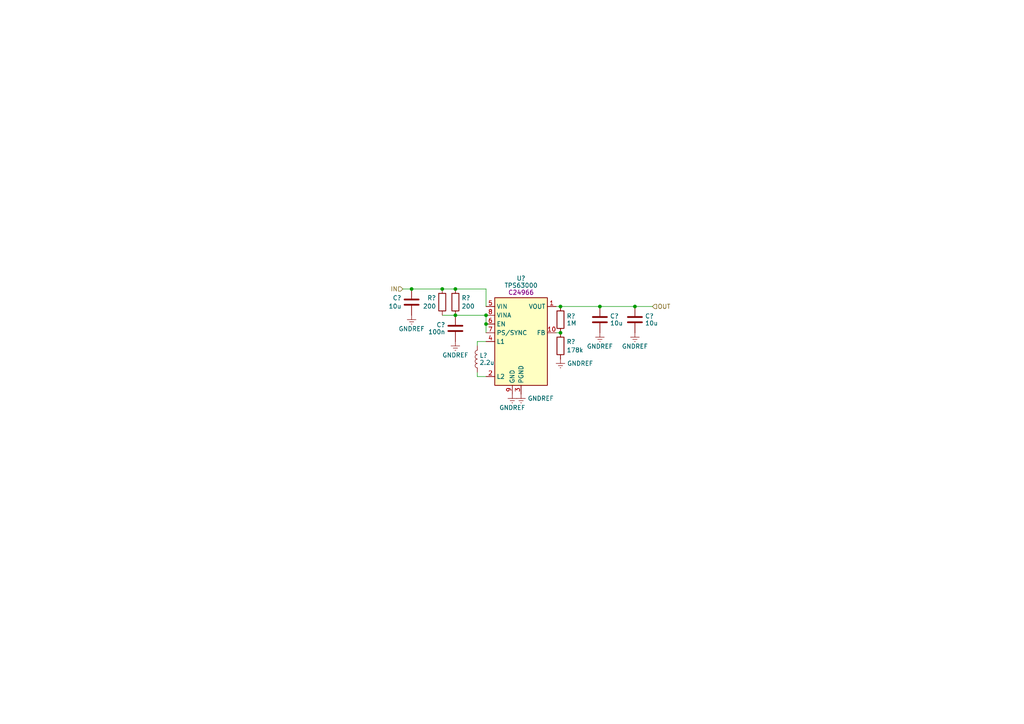
<source format=kicad_sch>
(kicad_sch (version 20230121) (generator eeschema)
  (paper "A4")
  (lib_symbols
    (symbol "Library:C" (pin_numbers hide) (pin_names (offset 0.254))
      (property "Reference" "C" (at 0.635 2.54 0))
      (property "Value" "C" (at 0.635 -2.54 0))
      (symbol "C_0_1"
        (polyline (pts (xy -2.032 -0.762) (xy 2.032 -0.762)) (stroke (width 0.508)))
        (polyline (pts (xy -2.032 0.762) (xy 2.032 0.762)) (stroke (width 0.508)))
      )
      (symbol "C_1_1"
        (pin passive line (at 0 3.81 270) (length 2.794) (name "~") (number "1"))
        (pin passive line (at 0 -3.81 90) (length 2.794) (name "~") (number "2"))
      )
    )
    (symbol "Library:L" (pin_numbers hide) (pin_names (offset 1.016) hide)
      (property "Reference" "L" (at -1.27 0 90))
      (property "Value" "L" (at 1.905 0 90))
      (symbol "L_0_1"
        (arc (start 0 -2.54) (mid 0.6323 -1.905) (end 0 -1.27))
        (arc (start 0 -1.27) (mid 0.6323 -0.635) (end 0 0))
        (arc (start 0 0) (mid 0.6323 0.635) (end 0 1.27))
        (arc (start 0 1.27) (mid 0.6323 1.905) (end 0 2.54))
      )
      (symbol "L_1_1"
        (pin passive line (at 0 3.81 270) (length 1.27) (name "1") (number "1"))
        (pin passive line (at 0 -3.81 90) (length 1.27) (name "2") (number "2"))
      )
    )
    (symbol "Library:R" (pin_numbers hide) (pin_names (offset 0))
      (property "Reference" "R" (at 2.032 0 90))
      (property "Value" "R" (at 0 0 90))
      (symbol "R_0_1"
        (rectangle (start -1.016 -2.54) (end 1.016 2.54) (stroke (width 0.254)))
      )
      (symbol "R_1_1"
        (pin passive line (at 0 3.81 270) (length 1.27) (name "~") (number "1"))
        (pin passive line (at 0 -3.81 90) (length 1.27) (name "~") (number "2"))
      )
    )
    (symbol "Library:TPS63001"
      (property "Reference" "U" (at -7.62 13.97 0))
      (property "Value" "TPS63001" (at 5.08 13.97 0))
      (property "JLC Part #" "C28060" (at 0 0 0))
      (symbol "TPS63001_0_1"
        (rectangle (start -7.62 12.7) (end 7.62 -12.7) (stroke (width 0.254)) (fill (type background)))
      )
      (symbol "TPS63001_1_1"
        (pin power_out line (at 10.16 10.16 180) (length 2.54) (name "VOUT") (number "1"))
        (pin input line (at 10.16 2.54 180) (length 2.54) (name "FB") (number "10"))
        (pin passive line (at 0 -15.24 90) (length 2.54) hide (name "PGND") (number "11"))
        (pin input line (at -10.16 -10.16 0) (length 2.54) (name "L2") (number "2"))
        (pin power_in line (at 0 -15.24 90) (length 2.54) (name "PGND") (number "3"))
        (pin input line (at -10.16 0 0) (length 2.54) (name "L1") (number "4"))
        (pin power_in line (at -10.16 10.16 0) (length 2.54) (name "VIN") (number "5"))
        (pin input line (at -10.16 5.08 0) (length 2.54) (name "EN") (number "6"))
        (pin input line (at -10.16 2.54 0) (length 2.54) (name "PS/SYNC") (number "7"))
        (pin power_in line (at -10.16 7.62 0) (length 2.54) (name "VINA") (number "8"))
        (pin power_in line (at -2.54 -15.24 90) (length 2.54) (name "GND") (number "9"))
      )
    )
    (symbol "power:GNDREF" (power) (pin_names (offset 0))
      (property "Value" "GNDREF" (at 0 -3.81 0))
      (symbol "GNDREF_0_1"
        (polyline (pts (xy -0.635 -1.905) (xy 0.635 -1.905)))
        (polyline (pts (xy -0.127 -2.54) (xy 0.127 -2.54)))
        (polyline (pts (xy 0 -1.27) (xy 0 0)))
        (polyline (pts (xy 1.27 -1.27) (xy -1.27 -1.27)))
      )
      (symbol "GNDREF_1_1"
        (pin power_in line (at 0 0 270) (length 0) hide (name "GNDREF") (number "1"))
      )
    )
  )
  (junction (at 140.97 91.44))
  (junction (at 128.27 83.82))
  (junction (at 162.56 96.52))
  (junction (at 162.56 88.9))
  (junction (at 140.97 93.98))
  (junction (at 132.08 83.82))
  (junction (at 184.15 88.9))
  (junction (at 173.99 88.9))
  (junction (at 119.38 83.82))
  (junction (at 132.08 91.44))
  (wire (pts (xy 161.29 96.52) (xy 162.56 96.52)))
  (wire (pts (xy 138.43 100.33) (xy 138.43 99.06)))
  (wire (pts (xy 140.97 109.22) (xy 138.43 109.22)))
  (wire (pts (xy 173.99 88.9) (xy 184.15 88.9)))
  (wire (pts (xy 140.97 93.98) (xy 140.97 96.52)))
  (wire (pts (xy 140.97 91.44) (xy 132.08 91.44)))
  (wire (pts (xy 162.56 88.9) (xy 173.99 88.9)))
  (wire (pts (xy 132.08 83.82) (xy 140.97 83.82)))
  (wire (pts (xy 140.97 83.82) (xy 140.97 88.9)))
  (wire (pts (xy 128.27 83.82) (xy 132.08 83.82)))
  (wire (pts (xy 128.27 91.44) (xy 132.08 91.44)))
  (wire (pts (xy 116.84 83.82) (xy 119.38 83.82)))
  (wire (pts (xy 161.29 88.9) (xy 162.56 88.9)))
  (wire (pts (xy 140.97 91.44) (xy 140.97 93.98)))
  (wire (pts (xy 138.43 109.22) (xy 138.43 107.95)))
  (wire (pts (xy 119.38 83.82) (xy 128.27 83.82)))
  (wire (pts (xy 138.43 99.06) (xy 140.97 99.06)))
  (wire (pts (xy 184.15 88.9) (xy 189.23 88.9)))
  (hierarchical_label "IN" (shape input) (at 116.84 83.82 180))
  (hierarchical_label "OUT" (shape input) (at 189.23 88.9 0))
  (symbol (lib_id "power:GNDREF") (at 151.13 114.3 0) (unit 1)
    (property "Reference" "#PWR?" (effects hide))
    (property "Value" "GNDREF" (at 153.035 115.57 0) (effects (justify left)))
    (instances (project "DiveCAN Head2" (path "" (reference "#PWR?") (unit 1)) (path "" (reference "#PWR019") (unit 1)) (path "" (reference "#PWR056") (unit 1)) (path "" (reference "#PWR062") (unit 1))))
  )
  (symbol (lib_id "power:GNDREF") (at 184.15 96.52 0) (unit 1)
    (property "Reference" "#PWR?" (effects hide))
    (property "Value" "GNDREF" (at 184.15 100.465 0))
    (instances (project "DiveCAN Head2" (path "" (reference "#PWR?") (unit 1)) (path "" (reference "#PWR029") (unit 1)) (path "" (reference "#PWR059") (unit 1)) (path "" (reference "#PWR065") (unit 1))))
  )
  (symbol (lib_id "power:GNDREF") (at 119.38 91.44 0) (unit 1)
    (property "Reference" "#PWR?" (effects hide))
    (property "Value" "GNDREF" (at 119.38 95.385 0))
    (instances (project "DiveCAN Head2" (path "" (reference "#PWR?") (unit 1)) (path "" (reference "#PWR016") (unit 1)) (path "" (reference "#PWR054") (unit 1)) (path "" (reference "#PWR067") (unit 1))))
  )
  (symbol (lib_id "Library:TPS63001") (at 151.13 99.06 0) (unit 1)
    (property "Reference" "U?" (at 151.13 80.732 0))
    (property "Value" "TPS63000" (at 151.13 82.78 0))
    (property "Footprint" "Package_SON:Texas_DRC0010J" (effects hide))
    (property "Datasheet" "http://www.ti.com/lit/ds/symlink/tps63000.pdf" (effects hide))
    (property "MPN" "C24966" (at 151.13 84.828 0))
    (instances (project "DiveCAN Head2" (path "" (reference "U?") (unit 1)) (path "" (reference "U4") (unit 1)) (path "" (reference "U9") (unit 1)) (path "" (reference "U10") (unit 1))))
  )
  (symbol (lib_id "Library:C") (at 173.99 92.71 0) (unit 1)
    (property "Reference" "C?" (at 176.911 91.686 0) (effects (justify left)))
    (property "Value" "10u" (at 176.911 93.734 0) (effects (justify left)))
    (property "Footprint" "Capacitor_SMD:C_0603_1608Metric" (effects hide))
    (property "MPN" "C19702" (effects hide))
    (instances (project "DiveCAN Head2" (path "" (reference "C?") (unit 1)) (path "" (reference "C11") (unit 1)) (path "" (reference "C17") (unit 1)) (path "" (reference "C20") (unit 1))))
  )
  (symbol (lib_id "Library:R") (at 162.56 100.33 0) (unit 1)
    (property "Reference" "R?" (at 164.338 99.1179 0) (effects (justify left)))
    (property "Value" "178k" (at 164.338 101.5421 0) (effects (justify left)))
    (property "Footprint" "Resistor_SMD:R_0402_1005Metric" (effects hide))
    (property "MPN" "C321342" (effects hide))
    (instances (project "DiveCAN Head2" (path "" (reference "R?") (unit 1)) (path "" (reference "R12") (unit 1)) (path "" (reference "R35") (unit 1)) (path "" (reference "R39") (unit 1))))
  )
  (symbol (lib_id "Library:R") (at 162.56 92.71 0) (unit 1)
    (property "Reference" "R?" (at 164.338 91.686 0) (effects (justify left)))
    (property "Value" "1M" (at 164.338 93.734 0) (effects (justify left)))
    (property "Footprint" "Resistor_SMD:R_0402_1005Metric" (effects hide))
    (property "MPN" "C26083" (effects hide))
    (instances (project "DiveCAN Head2" (path "" (reference "R?") (unit 1)) (path "" (reference "R11") (unit 1)) (path "" (reference "R34") (unit 1)) (path "" (reference "R38") (unit 1))))
  )
  (symbol (lib_id "power:GNDREF") (at 148.59 114.3 0) (unit 1)
    (property "Reference" "#PWR?" (effects hide))
    (property "Value" "GNDREF" (at 148.59 118.245 0))
    (instances (project "DiveCAN Head2" (path "" (reference "#PWR?") (unit 1)) (path "" (reference "#PWR018") (unit 1)) (path "" (reference "#PWR055") (unit 1)) (path "" (reference "#PWR061") (unit 1))))
  )
  (symbol (lib_id "power:GNDREF") (at 132.08 99.06 0) (unit 1)
    (property "Reference" "#PWR?" (effects hide))
    (property "Value" "GNDREF" (at 132.08 103.005 0))
    (instances (project "DiveCAN Head2" (path "" (reference "#PWR?") (unit 1)) (path "" (reference "#PWR016") (unit 1)) (path "" (reference "#PWR054") (unit 1)) (path "" (reference "#PWR060") (unit 1))))
  )
  (symbol (lib_id "Library:R") (at 128.27 87.63 180) (unit 1)
    (property "Reference" "R?" (at 126.492 86.4179 0) (effects (justify left)))
    (property "Value" "200" (at 126.492 88.8421 0) (effects (justify left)))
    (property "Footprint" "Resistor_SMD:R_0402_1005Metric" (effects hide))
    (property "MPN" "C25087" (effects hide))
    (instances (project "DiveCAN Head2" (path "" (reference "R?") (unit 1)) (path "" (reference "R9") (unit 1)) (path "" (reference "R32") (unit 1)) (path "" (reference "R36") (unit 1))))
  )
  (symbol (lib_id "power:GNDREF") (at 162.56 104.14 0) (unit 1)
    (property "Reference" "#PWR?" (effects hide))
    (property "Value" "GNDREF" (at 164.465 105.41 0) (effects (justify left)))
    (instances (project "DiveCAN Head2" (path "" (reference "#PWR?") (unit 1)) (path "" (reference "#PWR022") (unit 1)) (path "" (reference "#PWR057") (unit 1)) (path "" (reference "#PWR063") (unit 1))))
  )
  (symbol (lib_id "Library:R") (at 132.08 87.63 180) (unit 1)
    (property "Reference" "R?" (at 133.858 86.4179 0) (effects (justify right)))
    (property "Value" "200" (at 133.858 88.8421 0) (effects (justify right)))
    (property "Footprint" "Resistor_SMD:R_0402_1005Metric" (effects hide))
    (property "MPN" "C25087" (effects hide))
    (instances (project "DiveCAN Head2" (path "" (reference "R?") (unit 1)) (path "" (reference "R9") (unit 1)) (path "" (reference "R33") (unit 1)) (path "" (reference "R37") (unit 1))))
  )
  (symbol (lib_id "Library:C") (at 132.08 95.25 180) (unit 1)
    (property "Reference" "C?" (at 129.1591 94.226 0) (effects (justify left)))
    (property "Value" "100n" (at 129.1591 96.274 0) (effects (justify left)))
    (property "Footprint" "Capacitor_SMD:C_0603_1608Metric" (effects hide))
    (property "MPN" "C14663" (effects hide))
    (instances (project "DiveCAN Head2" (path "" (reference "C?") (unit 1)) (path "" (reference "C7") (unit 1)) (path "" (reference "C16") (unit 1)) (path "" (reference "C19") (unit 1))))
  )
  (symbol (lib_id "Library:C") (at 119.38 87.63 0) (unit 1)
    (property "Reference" "C?" (at 116.459 86.4179 0) (effects (justify right)))
    (property "Value" "10u" (at 116.459 88.8421 0) (effects (justify right)))
    (property "Footprint" "Capacitor_SMD:C_0603_1608Metric" (effects hide))
    (property "MPN" "C19702" (effects hide))
    (instances (project "DiveCAN Head2" (path "" (reference "C?") (unit 1)) (path "" (reference "C11") (unit 1)) (path "" (reference "C17") (unit 1)) (path "" (reference "C23") (unit 1))))
  )
  (symbol (lib_id "Library:C") (at 184.15 92.71 0) (unit 1)
    (property "Reference" "C?" (at 187.071 91.686 0) (effects (justify left)))
    (property "Value" "10u" (at 187.071 93.734 0) (effects (justify left)))
    (property "Footprint" "Capacitor_SMD:C_0603_1608Metric" (effects hide))
    (property "MPN" "C19702" (effects hide))
    (instances (project "DiveCAN Head2" (path "" (reference "C?") (unit 1)) (path "" (reference "C14") (unit 1)) (path "" (reference "C18") (unit 1)) (path "" (reference "C21") (unit 1))))
  )
  (symbol (lib_id "power:GNDREF") (at 173.99 96.52 0) (unit 1)
    (property "Reference" "#PWR?" (effects hide))
    (property "Value" "GNDREF" (at 173.99 100.465 0))
    (instances (project "DiveCAN Head2" (path "" (reference "#PWR?") (unit 1)) (path "" (reference "#PWR026") (unit 1)) (path "" (reference "#PWR058") (unit 1)) (path "" (reference "#PWR064") (unit 1))))
  )
  (symbol (lib_id "Library:L") (at 138.43 104.14 180) (unit 1)
    (property "Reference" "L?" (at 139.0649 103.116 0) (effects (justify right)))
    (property "Value" "2.2u" (at 139.0649 105.164 0) (effects (justify right)))
    (property "Footprint" "Library:L_4x4" (effects hide))
    (property "MPN" "C701258" (effects hide))
    (instances (project "DiveCAN Head2" (path "" (reference "L?") (unit 1)) (path "" (reference "L2") (unit 1)) (path "" (reference "L2") (unit 1)) (path "" (reference "L3") (unit 1))))
  )
)
</source>
